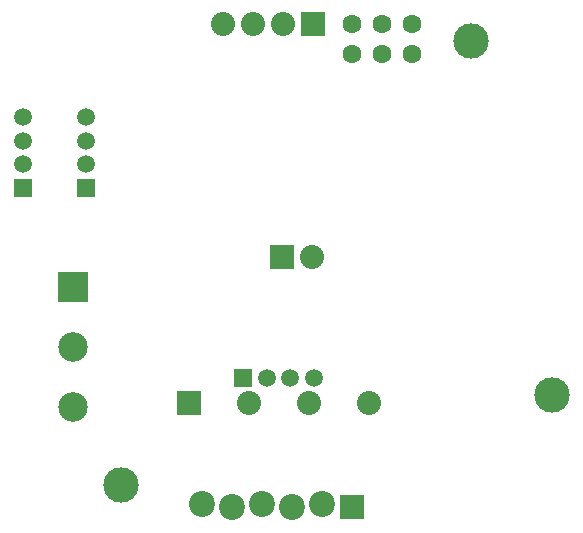
<source format=gbr>
%TF.GenerationSoftware,KiCad,Pcbnew,(5.1.12)-1*%
%TF.CreationDate,2022-01-04T15:18:08+00:00*%
%TF.ProjectId,SolarSensorATMEGA328_PCB,536f6c61-7253-4656-9e73-6f7241544d45,rev?*%
%TF.SameCoordinates,PX5734380PY7df6180*%
%TF.FileFunction,Soldermask,Bot*%
%TF.FilePolarity,Negative*%
%FSLAX46Y46*%
G04 Gerber Fmt 4.6, Leading zero omitted, Abs format (unit mm)*
G04 Created by KiCad (PCBNEW (5.1.12)-1) date 2022-01-04 15:18:08*
%MOMM*%
%LPD*%
G01*
G04 APERTURE LIST*
%ADD10C,3.000000*%
%ADD11R,2.100580X2.100580*%
%ADD12C,2.199640*%
%ADD13R,2.032000X2.032000*%
%ADD14C,2.032000*%
%ADD15R,1.500000X1.500000*%
%ADD16C,1.500000*%
%ADD17C,1.600200*%
%ADD18C,2.499360*%
%ADD19R,2.499360X2.499360*%
G04 APERTURE END LIST*
D10*
%TO.C,P6*%
X41783000Y42799000D03*
X48641000Y12827000D03*
X12192000Y5207000D03*
%TD*%
D11*
%TO.C,P9*%
X31750000Y3302000D03*
D12*
X29210000Y3556000D03*
X26670000Y3302000D03*
X24130000Y3556000D03*
X21590000Y3302000D03*
X19050000Y3556000D03*
%TD*%
D13*
%TO.C,P2*%
X17907000Y12113000D03*
D14*
X22987000Y12113000D03*
X28067000Y12113000D03*
X33147000Y12113000D03*
D15*
X22527000Y14224000D03*
D16*
X24527000Y14224000D03*
X26527000Y14224000D03*
X28527000Y14224000D03*
%TD*%
D17*
%TO.C,P4*%
X36830000Y41656000D03*
X36830000Y44196000D03*
X34290000Y41656000D03*
X34290000Y44196000D03*
X31750000Y41656000D03*
X31750000Y44196000D03*
%TD*%
D14*
%TO.C,P8*%
X20828000Y44196000D03*
X23368000Y44196000D03*
X25908000Y44196000D03*
D13*
X28448000Y44196000D03*
%TD*%
D16*
%TO.C,P10*%
X3858000Y36353000D03*
X3858000Y34353000D03*
X3858000Y32353000D03*
D15*
X3858000Y30353000D03*
%TD*%
%TO.C,P1*%
X9192000Y30353000D03*
D16*
X9192000Y32353000D03*
X9192000Y34353000D03*
X9192000Y36353000D03*
%TD*%
D18*
%TO.C,J1*%
X8128000Y11811000D03*
D19*
X8128000Y21971000D03*
D18*
X8128000Y16891000D03*
%TD*%
D13*
%TO.C,D1*%
X25781000Y24511000D03*
D14*
X28321000Y24511000D03*
%TD*%
M02*

</source>
